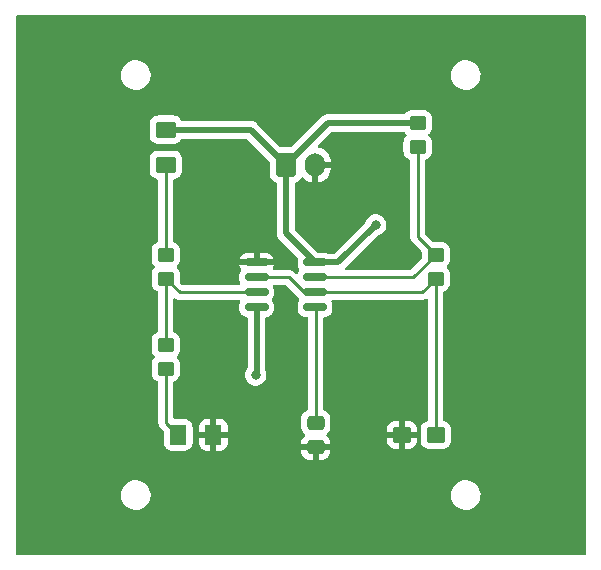
<source format=gbr>
%TF.GenerationSoftware,KiCad,Pcbnew,7.0.10*%
%TF.CreationDate,2024-01-18T13:18:40-08:00*%
%TF.ProjectId,Lab2,4c616232-2e6b-4696-9361-645f70636258,rev?*%
%TF.SameCoordinates,Original*%
%TF.FileFunction,Copper,L1,Top*%
%TF.FilePolarity,Positive*%
%FSLAX46Y46*%
G04 Gerber Fmt 4.6, Leading zero omitted, Abs format (unit mm)*
G04 Created by KiCad (PCBNEW 7.0.10) date 2024-01-18 13:18:40*
%MOMM*%
%LPD*%
G01*
G04 APERTURE LIST*
G04 Aperture macros list*
%AMRoundRect*
0 Rectangle with rounded corners*
0 $1 Rounding radius*
0 $2 $3 $4 $5 $6 $7 $8 $9 X,Y pos of 4 corners*
0 Add a 4 corners polygon primitive as box body*
4,1,4,$2,$3,$4,$5,$6,$7,$8,$9,$2,$3,0*
0 Add four circle primitives for the rounded corners*
1,1,$1+$1,$2,$3*
1,1,$1+$1,$4,$5*
1,1,$1+$1,$6,$7*
1,1,$1+$1,$8,$9*
0 Add four rect primitives between the rounded corners*
20,1,$1+$1,$2,$3,$4,$5,0*
20,1,$1+$1,$4,$5,$6,$7,0*
20,1,$1+$1,$6,$7,$8,$9,0*
20,1,$1+$1,$8,$9,$2,$3,0*%
G04 Aperture macros list end*
%TA.AperFunction,SMDPad,CuDef*%
%ADD10RoundRect,0.150000X-0.825000X-0.150000X0.825000X-0.150000X0.825000X0.150000X-0.825000X0.150000X0*%
%TD*%
%TA.AperFunction,SMDPad,CuDef*%
%ADD11RoundRect,0.250001X0.462499X0.624999X-0.462499X0.624999X-0.462499X-0.624999X0.462499X-0.624999X0*%
%TD*%
%TA.AperFunction,SMDPad,CuDef*%
%ADD12RoundRect,0.250000X-0.450000X0.350000X-0.450000X-0.350000X0.450000X-0.350000X0.450000X0.350000X0*%
%TD*%
%TA.AperFunction,SMDPad,CuDef*%
%ADD13RoundRect,0.250000X-0.475000X0.337500X-0.475000X-0.337500X0.475000X-0.337500X0.475000X0.337500X0*%
%TD*%
%TA.AperFunction,SMDPad,CuDef*%
%ADD14RoundRect,0.250000X0.537500X0.425000X-0.537500X0.425000X-0.537500X-0.425000X0.537500X-0.425000X0*%
%TD*%
%TA.AperFunction,SMDPad,CuDef*%
%ADD15RoundRect,0.250001X0.624999X-0.462499X0.624999X0.462499X-0.624999X0.462499X-0.624999X-0.462499X0*%
%TD*%
%TA.AperFunction,ComponentPad*%
%ADD16RoundRect,0.250000X-0.600000X-0.750000X0.600000X-0.750000X0.600000X0.750000X-0.600000X0.750000X0*%
%TD*%
%TA.AperFunction,ComponentPad*%
%ADD17O,1.700000X2.000000*%
%TD*%
%TA.AperFunction,ViaPad*%
%ADD18C,0.800000*%
%TD*%
%TA.AperFunction,Conductor*%
%ADD19C,0.500000*%
%TD*%
%TA.AperFunction,Conductor*%
%ADD20C,0.250000*%
%TD*%
G04 APERTURE END LIST*
D10*
%TO.P,U1,1,GND*%
%TO.N,GND*%
X71185000Y-43815000D03*
%TO.P,U1,2,TR*%
%TO.N,/pin_2*%
X71185000Y-45085000D03*
%TO.P,U1,3,Q*%
%TO.N,/pin_3*%
X71185000Y-46355000D03*
%TO.P,U1,4,R*%
%TO.N,+9V*%
X71185000Y-47625000D03*
%TO.P,U1,5,CV*%
%TO.N,Net-(U2-CV)*%
X76135000Y-47625000D03*
%TO.P,U1,6,THR*%
%TO.N,/pin_2*%
X76135000Y-46355000D03*
%TO.P,U1,7,DIS*%
%TO.N,/pin_7*%
X76135000Y-45085000D03*
%TO.P,U1,8,VCC*%
%TO.N,+9V*%
X76135000Y-43815000D03*
%TD*%
D11*
%TO.P,D2,1,K*%
%TO.N,GND*%
X67527500Y-58420000D03*
%TO.P,D2,2,A*%
%TO.N,Net-(D2-A)*%
X64552500Y-58420000D03*
%TD*%
D12*
%TO.P,R2,2*%
%TO.N,/pin_2*%
X86360000Y-45180000D03*
%TO.P,R2,1*%
%TO.N,/pin_7*%
X86360000Y-43180000D03*
%TD*%
%TO.P,R1,2*%
%TO.N,/pin_7*%
X84820000Y-34020000D03*
%TO.P,R1,1*%
%TO.N,+9V*%
X84820000Y-32020000D03*
%TD*%
%TO.P,R3,1*%
%TO.N,Net-(D1-K)*%
X63500000Y-43180000D03*
%TO.P,R3,2*%
%TO.N,/pin_3*%
X63500000Y-45180000D03*
%TD*%
D13*
%TO.P,C2,1*%
%TO.N,Net-(U2-CV)*%
X76200000Y-57382500D03*
%TO.P,C2,2*%
%TO.N,GND*%
X76200000Y-59457500D03*
%TD*%
D14*
%TO.P,C1,2*%
%TO.N,GND*%
X83485000Y-58420000D03*
%TO.P,C1,1*%
%TO.N,/pin_2*%
X86360000Y-58420000D03*
%TD*%
D12*
%TO.P,R4,1*%
%TO.N,/pin_3*%
X63500000Y-50800000D03*
%TO.P,R4,2*%
%TO.N,Net-(D2-A)*%
X63500000Y-52800000D03*
%TD*%
D15*
%TO.P,D1,1,K*%
%TO.N,Net-(D1-K)*%
X63500000Y-35560000D03*
%TO.P,D1,2,A*%
%TO.N,+9V*%
X63500000Y-32585000D03*
%TD*%
D16*
%TO.P,J1,1,Pin_1*%
%TO.N,+9V*%
X73660000Y-35560000D03*
D17*
%TO.P,J1,2,Pin_2*%
%TO.N,GND*%
X76160000Y-35560000D03*
%TD*%
D18*
%TO.N,+9V*%
X81280000Y-40640000D03*
X71120000Y-53340000D03*
%TO.N,GND*%
X91440000Y-38100000D03*
X81280000Y-38100000D03*
%TD*%
D19*
%TO.N,+9V*%
X78105000Y-43815000D02*
X81280000Y-40640000D01*
X76135000Y-43815000D02*
X78105000Y-43815000D01*
X71185000Y-53275000D02*
X71185000Y-47625000D01*
X71120000Y-53340000D02*
X71185000Y-53275000D01*
X71185000Y-53405000D02*
X71120000Y-53340000D01*
X84820000Y-32020000D02*
X84820000Y-32223122D01*
X73660000Y-41340000D02*
X76135000Y-43815000D01*
X73660000Y-35560000D02*
X73660000Y-41340000D01*
D20*
%TO.N,GND*%
X76160000Y-35560000D02*
X76200000Y-35560000D01*
%TO.N,/pin_2*%
X73890001Y-45085000D02*
X71185000Y-45085000D01*
X75160001Y-46355000D02*
X73890001Y-45085000D01*
X76135000Y-46355000D02*
X75160001Y-46355000D01*
X76135000Y-46355000D02*
X85185000Y-46355000D01*
X85185000Y-46355000D02*
X86360000Y-45180000D01*
D19*
%TO.N,+9V*%
X70685000Y-32585000D02*
X73660000Y-35560000D01*
X77200000Y-32020000D02*
X73660000Y-35560000D01*
X84820000Y-32020000D02*
X77200000Y-32020000D01*
X63500000Y-32585000D02*
X70685000Y-32585000D01*
D20*
%TO.N,Net-(U2-CV)*%
X76200000Y-57382500D02*
X76200000Y-47690000D01*
X76200000Y-47690000D02*
X76135000Y-47625000D01*
%TO.N,/pin_2*%
X86360000Y-45180000D02*
X86360000Y-58420000D01*
%TO.N,/pin_7*%
X84455000Y-45085000D02*
X76135000Y-45085000D01*
X86360000Y-43180000D02*
X84455000Y-45085000D01*
X84820000Y-41640000D02*
X86360000Y-43180000D01*
X84820000Y-34020000D02*
X84820000Y-41640000D01*
%TO.N,Net-(D2-A)*%
X63500000Y-57367500D02*
X64552500Y-58420000D01*
X63500000Y-52800000D02*
X63500000Y-57367500D01*
%TO.N,/pin_3*%
X64675000Y-46355000D02*
X71185000Y-46355000D01*
X63500000Y-45180000D02*
X64675000Y-46355000D01*
X63500000Y-45180000D02*
X63500000Y-50800000D01*
%TO.N,Net-(D1-K)*%
X63500000Y-35560000D02*
X63500000Y-43180000D01*
%TD*%
%TA.AperFunction,Conductor*%
%TO.N,GND*%
G36*
X83733081Y-32790185D02*
G01*
X83771580Y-32829402D01*
X83777287Y-32838655D01*
X83870951Y-32932319D01*
X83904436Y-32993642D01*
X83899452Y-33063334D01*
X83870951Y-33107681D01*
X83777289Y-33201342D01*
X83685187Y-33350663D01*
X83685185Y-33350668D01*
X83670693Y-33394402D01*
X83630001Y-33517203D01*
X83630001Y-33517204D01*
X83630000Y-33517204D01*
X83619500Y-33619983D01*
X83619500Y-34420001D01*
X83619501Y-34420019D01*
X83630000Y-34522796D01*
X83630001Y-34522799D01*
X83665142Y-34628845D01*
X83685186Y-34689334D01*
X83777288Y-34838656D01*
X83901344Y-34962712D01*
X84050666Y-35054814D01*
X84050668Y-35054815D01*
X84071110Y-35061588D01*
X84109502Y-35074310D01*
X84166947Y-35114081D01*
X84193772Y-35178596D01*
X84194500Y-35192016D01*
X84194500Y-41557255D01*
X84192775Y-41572872D01*
X84193061Y-41572899D01*
X84192326Y-41580665D01*
X84194439Y-41647872D01*
X84194500Y-41651767D01*
X84194500Y-41679357D01*
X84195003Y-41683335D01*
X84195918Y-41694967D01*
X84197290Y-41738624D01*
X84197291Y-41738627D01*
X84202880Y-41757867D01*
X84206824Y-41776911D01*
X84209336Y-41796792D01*
X84225414Y-41837403D01*
X84229197Y-41848452D01*
X84241381Y-41890388D01*
X84251580Y-41907634D01*
X84260138Y-41925103D01*
X84267514Y-41943732D01*
X84293181Y-41979060D01*
X84299593Y-41988821D01*
X84321828Y-42026417D01*
X84321833Y-42026424D01*
X84335990Y-42040580D01*
X84348628Y-42055376D01*
X84360405Y-42071586D01*
X84360406Y-42071587D01*
X84394057Y-42099425D01*
X84402698Y-42107288D01*
X85123181Y-42827771D01*
X85156666Y-42889094D01*
X85159500Y-42915452D01*
X85159500Y-43444546D01*
X85139815Y-43511585D01*
X85123181Y-43532227D01*
X84232228Y-44423181D01*
X84170905Y-44456666D01*
X84144547Y-44459500D01*
X78821229Y-44459500D01*
X78754190Y-44439815D01*
X78708435Y-44387011D01*
X78698491Y-44317853D01*
X78727516Y-44254297D01*
X78733548Y-44247819D01*
X80065915Y-42915452D01*
X81432771Y-41548595D01*
X81494092Y-41515112D01*
X81494448Y-41515034D01*
X81559803Y-41501144D01*
X81732730Y-41424151D01*
X81885871Y-41312888D01*
X82012533Y-41172216D01*
X82107179Y-41008284D01*
X82165674Y-40828256D01*
X82185460Y-40640000D01*
X82165674Y-40451744D01*
X82107179Y-40271716D01*
X82012533Y-40107784D01*
X81885871Y-39967112D01*
X81885870Y-39967111D01*
X81732734Y-39855851D01*
X81732729Y-39855848D01*
X81559807Y-39778857D01*
X81559802Y-39778855D01*
X81414001Y-39747865D01*
X81374646Y-39739500D01*
X81185354Y-39739500D01*
X81152897Y-39746398D01*
X81000197Y-39778855D01*
X81000192Y-39778857D01*
X80827270Y-39855848D01*
X80827265Y-39855851D01*
X80674129Y-39967111D01*
X80547466Y-40107785D01*
X80452821Y-40271715D01*
X80452819Y-40271719D01*
X80397479Y-40442039D01*
X80367229Y-40491401D01*
X77830451Y-43028181D01*
X77769128Y-43061666D01*
X77742770Y-43064500D01*
X77242328Y-43064500D01*
X77207733Y-43059576D01*
X77062573Y-43017402D01*
X77062567Y-43017401D01*
X77025701Y-43014500D01*
X77025694Y-43014500D01*
X76447229Y-43014500D01*
X76380190Y-42994815D01*
X76359548Y-42978181D01*
X74446819Y-41065451D01*
X74413334Y-41004128D01*
X74410500Y-40977770D01*
X74410500Y-37140300D01*
X74430185Y-37073261D01*
X74482989Y-37027506D01*
X74495482Y-37022599D01*
X74579334Y-36994814D01*
X74728656Y-36902712D01*
X74852712Y-36778656D01*
X74944814Y-36629334D01*
X74944814Y-36629333D01*
X74948448Y-36623442D01*
X75000396Y-36576717D01*
X75069358Y-36565494D01*
X75133441Y-36593337D01*
X75141668Y-36600856D01*
X75288921Y-36748108D01*
X75482421Y-36883600D01*
X75696507Y-36983429D01*
X75696516Y-36983433D01*
X75910000Y-37040634D01*
X75910000Y-35995501D01*
X76017685Y-36044680D01*
X76124237Y-36060000D01*
X76195763Y-36060000D01*
X76302315Y-36044680D01*
X76410000Y-35995501D01*
X76410000Y-37040633D01*
X76623483Y-36983433D01*
X76623492Y-36983429D01*
X76837577Y-36883600D01*
X76837579Y-36883599D01*
X77031073Y-36748113D01*
X77031079Y-36748108D01*
X77198108Y-36581079D01*
X77198113Y-36581073D01*
X77333599Y-36387579D01*
X77333600Y-36387577D01*
X77433429Y-36173492D01*
X77433433Y-36173483D01*
X77494567Y-35945326D01*
X77494569Y-35945315D01*
X77506407Y-35810000D01*
X76593686Y-35810000D01*
X76619493Y-35769844D01*
X76660000Y-35631889D01*
X76660000Y-35488111D01*
X76619493Y-35350156D01*
X76593686Y-35310000D01*
X77506407Y-35310000D01*
X77506407Y-35309999D01*
X77494569Y-35174684D01*
X77494567Y-35174673D01*
X77433433Y-34946516D01*
X77433429Y-34946507D01*
X77333600Y-34732422D01*
X77333599Y-34732420D01*
X77198113Y-34538926D01*
X77198108Y-34538920D01*
X77031082Y-34371894D01*
X76837578Y-34236399D01*
X76623492Y-34136570D01*
X76623485Y-34136567D01*
X76453412Y-34090996D01*
X76393752Y-34054631D01*
X76363223Y-33991784D01*
X76371518Y-33922408D01*
X76397819Y-33883547D01*
X77474549Y-32806819D01*
X77535872Y-32773334D01*
X77562230Y-32770500D01*
X83666042Y-32770500D01*
X83733081Y-32790185D01*
G37*
%TD.AperFunction*%
%TA.AperFunction,Conductor*%
G36*
X99002539Y-22880185D02*
G01*
X99048294Y-22932989D01*
X99059500Y-22984500D01*
X99059500Y-68455500D01*
X99039815Y-68522539D01*
X98987011Y-68568294D01*
X98935500Y-68579500D01*
X50924500Y-68579500D01*
X50857461Y-68559815D01*
X50811706Y-68507011D01*
X50800500Y-68455500D01*
X50800500Y-63556330D01*
X59705710Y-63556330D01*
X59735925Y-63779387D01*
X59735926Y-63779390D01*
X59805483Y-63993465D01*
X59912146Y-64191678D01*
X59912148Y-64191681D01*
X60052489Y-64367663D01*
X60052491Y-64367664D01*
X60052492Y-64367666D01*
X60222004Y-64515765D01*
X60415236Y-64631215D01*
X60625976Y-64710307D01*
X60847450Y-64750500D01*
X60847453Y-64750500D01*
X61016148Y-64750500D01*
X61016155Y-64750500D01*
X61184188Y-64735377D01*
X61184192Y-64735376D01*
X61401160Y-64675496D01*
X61401162Y-64675495D01*
X61401170Y-64675493D01*
X61603973Y-64577829D01*
X61786078Y-64445522D01*
X61941632Y-64282825D01*
X62065635Y-64094968D01*
X62154103Y-63887988D01*
X62204191Y-63668537D01*
X62209230Y-63556330D01*
X87645710Y-63556330D01*
X87675925Y-63779387D01*
X87675926Y-63779390D01*
X87745483Y-63993465D01*
X87852146Y-64191678D01*
X87852148Y-64191681D01*
X87992489Y-64367663D01*
X87992491Y-64367664D01*
X87992492Y-64367666D01*
X88162004Y-64515765D01*
X88355236Y-64631215D01*
X88565976Y-64710307D01*
X88787450Y-64750500D01*
X88787453Y-64750500D01*
X88956148Y-64750500D01*
X88956155Y-64750500D01*
X89124188Y-64735377D01*
X89124192Y-64735376D01*
X89341160Y-64675496D01*
X89341162Y-64675495D01*
X89341170Y-64675493D01*
X89543973Y-64577829D01*
X89726078Y-64445522D01*
X89881632Y-64282825D01*
X90005635Y-64094968D01*
X90094103Y-63887988D01*
X90144191Y-63668537D01*
X90154290Y-63443670D01*
X90124075Y-63220613D01*
X90054517Y-63006536D01*
X89947852Y-62808319D01*
X89807508Y-62632334D01*
X89637996Y-62484235D01*
X89444764Y-62368785D01*
X89326775Y-62324503D01*
X89234023Y-62289692D01*
X89012550Y-62249500D01*
X89012547Y-62249500D01*
X88843845Y-62249500D01*
X88805399Y-62252960D01*
X88675813Y-62264622D01*
X88675807Y-62264623D01*
X88458839Y-62324503D01*
X88458826Y-62324508D01*
X88256033Y-62422167D01*
X88256025Y-62422171D01*
X88073927Y-62554473D01*
X88073925Y-62554474D01*
X87918366Y-62717176D01*
X87794363Y-62905033D01*
X87705899Y-63112004D01*
X87705895Y-63112017D01*
X87655810Y-63331457D01*
X87655808Y-63331468D01*
X87650769Y-63443674D01*
X87645710Y-63556330D01*
X62209230Y-63556330D01*
X62214290Y-63443670D01*
X62184075Y-63220613D01*
X62114517Y-63006536D01*
X62007852Y-62808319D01*
X61867508Y-62632334D01*
X61697996Y-62484235D01*
X61504764Y-62368785D01*
X61386775Y-62324503D01*
X61294023Y-62289692D01*
X61072550Y-62249500D01*
X61072547Y-62249500D01*
X60903845Y-62249500D01*
X60865399Y-62252960D01*
X60735813Y-62264622D01*
X60735807Y-62264623D01*
X60518839Y-62324503D01*
X60518826Y-62324508D01*
X60316033Y-62422167D01*
X60316025Y-62422171D01*
X60133927Y-62554473D01*
X60133925Y-62554474D01*
X59978366Y-62717176D01*
X59854363Y-62905033D01*
X59765899Y-63112004D01*
X59765895Y-63112017D01*
X59715810Y-63331457D01*
X59715808Y-63331468D01*
X59710769Y-63443674D01*
X59705710Y-63556330D01*
X50800500Y-63556330D01*
X50800500Y-36072515D01*
X62124500Y-36072515D01*
X62135000Y-36175295D01*
X62135001Y-36175296D01*
X62190186Y-36341835D01*
X62190187Y-36341837D01*
X62282286Y-36491151D01*
X62282289Y-36491155D01*
X62406344Y-36615210D01*
X62406348Y-36615213D01*
X62555662Y-36707312D01*
X62555664Y-36707313D01*
X62555666Y-36707314D01*
X62722203Y-36762499D01*
X62763102Y-36766677D01*
X62827793Y-36793073D01*
X62867945Y-36850253D01*
X62874500Y-36890035D01*
X62874500Y-42007983D01*
X62854815Y-42075022D01*
X62802011Y-42120777D01*
X62789510Y-42125686D01*
X62730669Y-42145185D01*
X62730666Y-42145186D01*
X62730663Y-42145187D01*
X62581342Y-42237289D01*
X62457289Y-42361342D01*
X62365187Y-42510663D01*
X62365186Y-42510666D01*
X62310001Y-42677203D01*
X62310001Y-42677204D01*
X62310000Y-42677204D01*
X62299500Y-42779983D01*
X62299500Y-43580001D01*
X62299501Y-43580019D01*
X62310000Y-43682796D01*
X62310001Y-43682799D01*
X62365185Y-43849331D01*
X62365187Y-43849336D01*
X62457289Y-43998657D01*
X62550951Y-44092319D01*
X62584436Y-44153642D01*
X62579452Y-44223334D01*
X62550951Y-44267681D01*
X62457289Y-44361342D01*
X62365187Y-44510663D01*
X62365185Y-44510668D01*
X62350626Y-44554604D01*
X62310001Y-44677203D01*
X62310001Y-44677204D01*
X62310000Y-44677204D01*
X62299500Y-44779983D01*
X62299500Y-45580001D01*
X62299501Y-45580019D01*
X62310000Y-45682796D01*
X62310001Y-45682799D01*
X62349877Y-45803135D01*
X62365186Y-45849334D01*
X62457288Y-45998656D01*
X62581344Y-46122712D01*
X62730666Y-46214814D01*
X62730668Y-46214815D01*
X62751110Y-46221588D01*
X62789502Y-46234310D01*
X62846947Y-46274081D01*
X62873772Y-46338596D01*
X62874500Y-46352016D01*
X62874500Y-49627983D01*
X62854815Y-49695022D01*
X62802011Y-49740777D01*
X62789510Y-49745686D01*
X62730666Y-49765186D01*
X62730663Y-49765187D01*
X62581342Y-49857289D01*
X62457289Y-49981342D01*
X62365187Y-50130663D01*
X62365186Y-50130666D01*
X62310001Y-50297203D01*
X62310001Y-50297204D01*
X62310000Y-50297204D01*
X62299500Y-50399983D01*
X62299500Y-51200001D01*
X62299501Y-51200019D01*
X62310000Y-51302796D01*
X62310001Y-51302799D01*
X62365185Y-51469331D01*
X62365187Y-51469336D01*
X62457289Y-51618657D01*
X62550951Y-51712319D01*
X62584436Y-51773642D01*
X62579452Y-51843334D01*
X62550951Y-51887681D01*
X62457289Y-51981342D01*
X62365187Y-52130663D01*
X62365186Y-52130666D01*
X62310001Y-52297203D01*
X62310001Y-52297204D01*
X62310000Y-52297204D01*
X62299500Y-52399983D01*
X62299500Y-53200001D01*
X62299501Y-53200019D01*
X62310000Y-53302796D01*
X62310001Y-53302799D01*
X62365185Y-53469331D01*
X62365186Y-53469334D01*
X62457288Y-53618656D01*
X62581344Y-53742712D01*
X62730666Y-53834814D01*
X62730668Y-53834815D01*
X62751110Y-53841588D01*
X62789502Y-53854310D01*
X62846947Y-53894081D01*
X62873772Y-53958596D01*
X62874500Y-53972016D01*
X62874500Y-57284755D01*
X62872775Y-57300372D01*
X62873061Y-57300399D01*
X62872326Y-57308165D01*
X62874439Y-57375372D01*
X62874500Y-57379267D01*
X62874500Y-57406857D01*
X62875003Y-57410835D01*
X62875918Y-57422467D01*
X62877290Y-57466124D01*
X62877291Y-57466127D01*
X62882880Y-57485367D01*
X62886824Y-57504411D01*
X62889336Y-57524292D01*
X62905414Y-57564903D01*
X62909197Y-57575952D01*
X62921381Y-57617888D01*
X62931580Y-57635134D01*
X62940138Y-57652603D01*
X62947514Y-57671232D01*
X62973181Y-57706560D01*
X62979593Y-57716321D01*
X63001828Y-57753917D01*
X63001833Y-57753924D01*
X63015990Y-57768080D01*
X63028628Y-57782876D01*
X63040405Y-57799086D01*
X63040406Y-57799087D01*
X63074057Y-57826925D01*
X63082698Y-57834788D01*
X63303181Y-58055271D01*
X63336666Y-58116594D01*
X63339500Y-58142952D01*
X63339500Y-59095015D01*
X63350000Y-59197795D01*
X63350001Y-59197797D01*
X63377593Y-59281065D01*
X63405186Y-59364335D01*
X63405187Y-59364337D01*
X63497286Y-59513651D01*
X63497289Y-59513655D01*
X63621344Y-59637710D01*
X63621348Y-59637713D01*
X63770662Y-59729812D01*
X63770664Y-59729813D01*
X63770666Y-59729814D01*
X63937203Y-59784999D01*
X64039992Y-59795500D01*
X64039997Y-59795500D01*
X65065003Y-59795500D01*
X65065008Y-59795500D01*
X65167797Y-59784999D01*
X65334334Y-59729814D01*
X65483655Y-59637711D01*
X65607711Y-59513655D01*
X65699814Y-59364334D01*
X65754999Y-59197797D01*
X65765500Y-59095008D01*
X65765500Y-58670000D01*
X66315000Y-58670000D01*
X66315000Y-59094985D01*
X66325493Y-59197689D01*
X66325494Y-59197696D01*
X66380641Y-59364118D01*
X66380643Y-59364123D01*
X66472684Y-59513344D01*
X66596655Y-59637315D01*
X66745876Y-59729356D01*
X66745881Y-59729358D01*
X66912303Y-59784505D01*
X66912310Y-59784506D01*
X67015014Y-59794999D01*
X67015027Y-59795000D01*
X67277500Y-59795000D01*
X67277500Y-58670000D01*
X67777500Y-58670000D01*
X67777500Y-59795000D01*
X68039973Y-59795000D01*
X68039985Y-59794999D01*
X68142689Y-59784506D01*
X68142696Y-59784505D01*
X68309118Y-59729358D01*
X68309123Y-59729356D01*
X68344557Y-59707500D01*
X74975001Y-59707500D01*
X74975001Y-59844986D01*
X74985494Y-59947697D01*
X75040641Y-60114119D01*
X75040643Y-60114124D01*
X75132684Y-60263345D01*
X75256654Y-60387315D01*
X75405875Y-60479356D01*
X75405880Y-60479358D01*
X75572302Y-60534505D01*
X75572309Y-60534506D01*
X75675019Y-60544999D01*
X75949999Y-60544999D01*
X75950000Y-60544998D01*
X75950000Y-59707500D01*
X76450000Y-59707500D01*
X76450000Y-60544999D01*
X76724972Y-60544999D01*
X76724986Y-60544998D01*
X76827697Y-60534505D01*
X76994119Y-60479358D01*
X76994124Y-60479356D01*
X77143345Y-60387315D01*
X77267315Y-60263345D01*
X77359356Y-60114124D01*
X77359358Y-60114119D01*
X77414505Y-59947697D01*
X77414506Y-59947690D01*
X77424999Y-59844986D01*
X77425000Y-59844973D01*
X77425000Y-59707500D01*
X76450000Y-59707500D01*
X75950000Y-59707500D01*
X74975001Y-59707500D01*
X68344557Y-59707500D01*
X68458344Y-59637315D01*
X68582315Y-59513344D01*
X68674356Y-59364123D01*
X68674358Y-59364118D01*
X68729505Y-59197696D01*
X68729506Y-59197689D01*
X68739999Y-59094985D01*
X68740000Y-59094972D01*
X68740000Y-58670000D01*
X67777500Y-58670000D01*
X67277500Y-58670000D01*
X66315000Y-58670000D01*
X65765500Y-58670000D01*
X65765500Y-58170000D01*
X66315000Y-58170000D01*
X67277500Y-58170000D01*
X67277500Y-57045000D01*
X67777500Y-57045000D01*
X67777500Y-58170000D01*
X68740000Y-58170000D01*
X68740000Y-57745027D01*
X68739999Y-57745014D01*
X68729506Y-57642310D01*
X68729505Y-57642303D01*
X68674358Y-57475881D01*
X68674356Y-57475876D01*
X68582315Y-57326655D01*
X68458344Y-57202684D01*
X68309123Y-57110643D01*
X68309118Y-57110641D01*
X68142696Y-57055494D01*
X68142689Y-57055493D01*
X68039985Y-57045000D01*
X67777500Y-57045000D01*
X67277500Y-57045000D01*
X67015014Y-57045000D01*
X66912310Y-57055493D01*
X66912303Y-57055494D01*
X66745881Y-57110641D01*
X66745876Y-57110643D01*
X66596655Y-57202684D01*
X66472684Y-57326655D01*
X66380643Y-57475876D01*
X66380641Y-57475881D01*
X66325494Y-57642303D01*
X66325493Y-57642310D01*
X66315000Y-57745014D01*
X66315000Y-58170000D01*
X65765500Y-58170000D01*
X65765500Y-57744992D01*
X65754999Y-57642203D01*
X65699814Y-57475666D01*
X65693930Y-57466127D01*
X65607713Y-57326348D01*
X65607710Y-57326344D01*
X65483655Y-57202289D01*
X65483651Y-57202286D01*
X65334337Y-57110187D01*
X65334335Y-57110186D01*
X65251065Y-57082593D01*
X65167797Y-57055001D01*
X65167795Y-57055000D01*
X65065015Y-57044500D01*
X65065008Y-57044500D01*
X64249500Y-57044500D01*
X64182461Y-57024815D01*
X64136706Y-56972011D01*
X64125500Y-56920500D01*
X64125500Y-53972016D01*
X64145185Y-53904977D01*
X64197989Y-53859222D01*
X64210488Y-53854313D01*
X64269334Y-53834814D01*
X64418656Y-53742712D01*
X64542712Y-53618656D01*
X64634814Y-53469334D01*
X64689999Y-53302797D01*
X64700500Y-53200009D01*
X64700499Y-52399992D01*
X64689999Y-52297203D01*
X64634814Y-52130666D01*
X64542712Y-51981344D01*
X64449049Y-51887681D01*
X64415564Y-51826358D01*
X64420548Y-51756666D01*
X64449049Y-51712319D01*
X64542712Y-51618656D01*
X64634814Y-51469334D01*
X64689999Y-51302797D01*
X64700500Y-51200009D01*
X64700499Y-50399992D01*
X64689999Y-50297203D01*
X64634814Y-50130666D01*
X64542712Y-49981344D01*
X64418656Y-49857288D01*
X64269334Y-49765186D01*
X64210493Y-49745688D01*
X64153051Y-49705916D01*
X64126228Y-49641400D01*
X64125500Y-49627983D01*
X64125500Y-46976373D01*
X64145185Y-46909334D01*
X64197989Y-46863579D01*
X64267147Y-46853635D01*
X64309236Y-46867710D01*
X64321972Y-46874712D01*
X64338233Y-46885393D01*
X64354064Y-46897673D01*
X64381011Y-46909334D01*
X64394152Y-46915021D01*
X64404641Y-46920160D01*
X64428457Y-46933252D01*
X64442908Y-46941197D01*
X64455523Y-46944435D01*
X64462305Y-46946177D01*
X64480719Y-46952481D01*
X64499104Y-46960438D01*
X64542261Y-46967273D01*
X64553656Y-46969632D01*
X64595981Y-46980500D01*
X64616016Y-46980500D01*
X64635413Y-46982026D01*
X64655196Y-46985160D01*
X64698675Y-46981050D01*
X64710344Y-46980500D01*
X69679308Y-46980500D01*
X69746347Y-47000185D01*
X69792102Y-47052989D01*
X69802046Y-47122147D01*
X69786041Y-47167620D01*
X69758254Y-47214605D01*
X69758254Y-47214606D01*
X69712402Y-47372426D01*
X69712401Y-47372432D01*
X69709500Y-47409298D01*
X69709500Y-47840701D01*
X69712401Y-47877567D01*
X69712402Y-47877573D01*
X69758254Y-48035393D01*
X69758255Y-48035396D01*
X69841917Y-48176862D01*
X69841923Y-48176870D01*
X69958129Y-48293076D01*
X69958133Y-48293079D01*
X69958135Y-48293081D01*
X70099602Y-48376744D01*
X70141224Y-48388836D01*
X70257426Y-48422597D01*
X70257429Y-48422597D01*
X70257431Y-48422598D01*
X70294306Y-48425500D01*
X70310500Y-48425500D01*
X70377539Y-48445185D01*
X70423294Y-48497989D01*
X70434500Y-48549500D01*
X70434500Y-52707949D01*
X70414815Y-52774988D01*
X70402651Y-52790920D01*
X70387468Y-52807782D01*
X70387464Y-52807787D01*
X70292821Y-52971715D01*
X70292818Y-52971722D01*
X70234327Y-53151740D01*
X70234326Y-53151744D01*
X70214540Y-53340000D01*
X70234326Y-53528256D01*
X70234327Y-53528259D01*
X70292818Y-53708277D01*
X70292821Y-53708284D01*
X70387467Y-53872216D01*
X70465244Y-53958596D01*
X70514129Y-54012888D01*
X70667265Y-54124148D01*
X70667270Y-54124151D01*
X70840192Y-54201142D01*
X70840197Y-54201144D01*
X71025354Y-54240500D01*
X71025355Y-54240500D01*
X71214644Y-54240500D01*
X71214646Y-54240500D01*
X71399803Y-54201144D01*
X71572730Y-54124151D01*
X71725871Y-54012888D01*
X71852533Y-53872216D01*
X71947179Y-53708284D01*
X72005674Y-53528256D01*
X72025460Y-53340000D01*
X72005674Y-53151744D01*
X71947179Y-52971716D01*
X71947177Y-52971712D01*
X71946221Y-52969564D01*
X71945730Y-52967257D01*
X71945171Y-52965535D01*
X71945352Y-52965476D01*
X71935500Y-52919127D01*
X71935500Y-48549500D01*
X71955185Y-48482461D01*
X72007989Y-48436706D01*
X72059500Y-48425500D01*
X72075686Y-48425500D01*
X72075694Y-48425500D01*
X72112569Y-48422598D01*
X72112571Y-48422597D01*
X72112573Y-48422597D01*
X72154191Y-48410505D01*
X72270398Y-48376744D01*
X72411865Y-48293081D01*
X72528081Y-48176865D01*
X72611744Y-48035398D01*
X72657598Y-47877569D01*
X72660500Y-47840694D01*
X72660500Y-47409306D01*
X72657598Y-47372431D01*
X72611744Y-47214602D01*
X72528081Y-47073135D01*
X72528078Y-47073132D01*
X72523298Y-47066969D01*
X72525750Y-47065066D01*
X72499155Y-47016421D01*
X72504104Y-46946726D01*
X72524940Y-46914304D01*
X72523298Y-46913031D01*
X72528075Y-46906870D01*
X72528081Y-46906865D01*
X72611744Y-46765398D01*
X72657598Y-46607569D01*
X72660500Y-46570694D01*
X72660500Y-46139306D01*
X72657598Y-46102431D01*
X72611744Y-45944602D01*
X72583958Y-45897619D01*
X72566778Y-45829896D01*
X72588938Y-45763634D01*
X72643404Y-45719871D01*
X72690692Y-45710500D01*
X73579549Y-45710500D01*
X73646588Y-45730185D01*
X73667229Y-45746818D01*
X74182885Y-46262475D01*
X74659198Y-46738788D01*
X74669023Y-46751051D01*
X74669244Y-46750869D01*
X74674212Y-46756874D01*
X74723224Y-46802900D01*
X74726021Y-46805611D01*
X74729668Y-46809258D01*
X74748719Y-46833818D01*
X74791916Y-46906861D01*
X74796702Y-46913031D01*
X74794256Y-46914927D01*
X74820857Y-46963642D01*
X74815873Y-47033334D01*
X74795069Y-47065703D01*
X74796702Y-47066969D01*
X74791917Y-47073137D01*
X74708255Y-47214603D01*
X74708254Y-47214606D01*
X74662402Y-47372426D01*
X74662401Y-47372432D01*
X74659500Y-47409298D01*
X74659500Y-47840701D01*
X74662401Y-47877567D01*
X74662402Y-47877573D01*
X74708254Y-48035393D01*
X74708255Y-48035396D01*
X74791917Y-48176862D01*
X74791923Y-48176870D01*
X74908129Y-48293076D01*
X74908133Y-48293079D01*
X74908135Y-48293081D01*
X75049602Y-48376744D01*
X75091224Y-48388836D01*
X75207426Y-48422597D01*
X75207429Y-48422597D01*
X75207431Y-48422598D01*
X75244306Y-48425500D01*
X75450500Y-48425500D01*
X75517539Y-48445185D01*
X75563294Y-48497989D01*
X75574500Y-48549500D01*
X75574500Y-56214699D01*
X75554815Y-56281738D01*
X75502011Y-56327493D01*
X75489507Y-56332403D01*
X75456962Y-56343188D01*
X75405668Y-56360185D01*
X75405663Y-56360187D01*
X75256342Y-56452289D01*
X75132289Y-56576342D01*
X75040187Y-56725663D01*
X75040186Y-56725666D01*
X74985001Y-56892203D01*
X74985001Y-56892204D01*
X74985000Y-56892204D01*
X74974500Y-56994983D01*
X74974500Y-57770001D01*
X74974501Y-57770019D01*
X74985000Y-57872796D01*
X74985001Y-57872799D01*
X75008924Y-57944992D01*
X75040186Y-58039334D01*
X75132288Y-58188656D01*
X75256344Y-58312712D01*
X75259628Y-58314737D01*
X75259653Y-58314753D01*
X75261445Y-58316746D01*
X75262011Y-58317193D01*
X75261934Y-58317289D01*
X75306379Y-58366699D01*
X75317603Y-58435661D01*
X75289761Y-58499744D01*
X75259665Y-58525826D01*
X75256660Y-58527679D01*
X75256655Y-58527683D01*
X75132684Y-58651654D01*
X75040643Y-58800875D01*
X75040641Y-58800880D01*
X74985494Y-58967302D01*
X74985493Y-58967309D01*
X74975000Y-59070013D01*
X74975000Y-59207500D01*
X77424999Y-59207500D01*
X77424999Y-59070028D01*
X77424998Y-59070013D01*
X77414505Y-58967302D01*
X77359358Y-58800880D01*
X77359356Y-58800875D01*
X77278631Y-58670000D01*
X82197501Y-58670000D01*
X82197501Y-58894986D01*
X82207994Y-58997697D01*
X82263141Y-59164119D01*
X82263143Y-59164124D01*
X82355184Y-59313345D01*
X82479154Y-59437315D01*
X82628375Y-59529356D01*
X82628380Y-59529358D01*
X82794802Y-59584505D01*
X82794809Y-59584506D01*
X82897519Y-59594999D01*
X83234999Y-59594999D01*
X83235000Y-59594998D01*
X83235000Y-58670000D01*
X83735000Y-58670000D01*
X83735000Y-59594999D01*
X84072472Y-59594999D01*
X84072486Y-59594998D01*
X84175197Y-59584505D01*
X84341619Y-59529358D01*
X84341624Y-59529356D01*
X84490845Y-59437315D01*
X84614815Y-59313345D01*
X84706856Y-59164124D01*
X84706858Y-59164119D01*
X84762005Y-58997697D01*
X84762006Y-58997690D01*
X84772499Y-58894986D01*
X84772500Y-58894973D01*
X84772500Y-58670000D01*
X83735000Y-58670000D01*
X83235000Y-58670000D01*
X82197501Y-58670000D01*
X77278631Y-58670000D01*
X77267315Y-58651654D01*
X77143344Y-58527683D01*
X77143341Y-58527681D01*
X77140339Y-58525829D01*
X77138713Y-58524021D01*
X77137677Y-58523202D01*
X77137817Y-58523024D01*
X77093617Y-58473880D01*
X77082397Y-58404917D01*
X77110243Y-58340836D01*
X77140344Y-58314754D01*
X77143656Y-58312712D01*
X77267712Y-58188656D01*
X77279219Y-58170000D01*
X82197500Y-58170000D01*
X83235000Y-58170000D01*
X83235000Y-57245000D01*
X83735000Y-57245000D01*
X83735000Y-58170000D01*
X84772499Y-58170000D01*
X84772499Y-57945028D01*
X84772498Y-57945013D01*
X84762005Y-57842302D01*
X84706858Y-57675880D01*
X84706856Y-57675875D01*
X84614815Y-57526654D01*
X84490845Y-57402684D01*
X84341624Y-57310643D01*
X84341619Y-57310641D01*
X84175197Y-57255494D01*
X84175190Y-57255493D01*
X84072486Y-57245000D01*
X83735000Y-57245000D01*
X83235000Y-57245000D01*
X82897528Y-57245000D01*
X82897512Y-57245001D01*
X82794802Y-57255494D01*
X82628380Y-57310641D01*
X82628375Y-57310643D01*
X82479154Y-57402684D01*
X82355184Y-57526654D01*
X82263143Y-57675875D01*
X82263141Y-57675880D01*
X82207994Y-57842302D01*
X82207993Y-57842309D01*
X82197500Y-57945013D01*
X82197500Y-58170000D01*
X77279219Y-58170000D01*
X77359814Y-58039334D01*
X77414999Y-57872797D01*
X77425500Y-57770009D01*
X77425499Y-56994992D01*
X77423151Y-56972011D01*
X77414999Y-56892203D01*
X77414998Y-56892200D01*
X77359814Y-56725666D01*
X77267712Y-56576344D01*
X77143656Y-56452288D01*
X76994334Y-56360186D01*
X76910495Y-56332404D01*
X76853051Y-56292632D01*
X76826228Y-56228116D01*
X76825500Y-56214699D01*
X76825500Y-48549500D01*
X76845185Y-48482461D01*
X76897989Y-48436706D01*
X76949500Y-48425500D01*
X77025686Y-48425500D01*
X77025694Y-48425500D01*
X77062569Y-48422598D01*
X77062571Y-48422597D01*
X77062573Y-48422597D01*
X77104191Y-48410505D01*
X77220398Y-48376744D01*
X77361865Y-48293081D01*
X77478081Y-48176865D01*
X77561744Y-48035398D01*
X77607598Y-47877569D01*
X77610500Y-47840694D01*
X77610500Y-47409306D01*
X77607598Y-47372431D01*
X77561744Y-47214602D01*
X77533958Y-47167619D01*
X77516778Y-47099896D01*
X77538938Y-47033634D01*
X77593404Y-46989871D01*
X77640692Y-46980500D01*
X85102257Y-46980500D01*
X85117877Y-46982224D01*
X85117904Y-46981939D01*
X85125660Y-46982671D01*
X85125667Y-46982673D01*
X85192873Y-46980561D01*
X85196768Y-46980500D01*
X85224346Y-46980500D01*
X85224350Y-46980500D01*
X85228324Y-46979997D01*
X85239963Y-46979080D01*
X85283627Y-46977709D01*
X85302869Y-46972117D01*
X85321912Y-46968174D01*
X85341792Y-46965664D01*
X85382401Y-46949585D01*
X85393444Y-46945803D01*
X85435390Y-46933618D01*
X85452629Y-46923422D01*
X85470103Y-46914862D01*
X85488727Y-46907488D01*
X85488727Y-46907487D01*
X85488732Y-46907486D01*
X85524083Y-46881800D01*
X85533824Y-46875403D01*
X85547383Y-46867384D01*
X85615107Y-46850205D01*
X85681369Y-46872366D01*
X85725130Y-46926834D01*
X85734500Y-46974119D01*
X85734500Y-57143988D01*
X85714815Y-57211027D01*
X85662011Y-57256782D01*
X85649504Y-57261694D01*
X85503168Y-57310185D01*
X85503163Y-57310187D01*
X85353842Y-57402289D01*
X85229789Y-57526342D01*
X85137687Y-57675663D01*
X85137685Y-57675668D01*
X85137615Y-57675880D01*
X85082501Y-57842203D01*
X85082501Y-57842204D01*
X85082500Y-57842204D01*
X85072000Y-57944983D01*
X85072000Y-58895001D01*
X85072001Y-58895019D01*
X85082500Y-58997796D01*
X85082501Y-58997799D01*
X85114716Y-59095015D01*
X85137686Y-59164334D01*
X85229788Y-59313656D01*
X85353844Y-59437712D01*
X85503166Y-59529814D01*
X85669703Y-59584999D01*
X85772491Y-59595500D01*
X86947508Y-59595499D01*
X87050297Y-59584999D01*
X87216834Y-59529814D01*
X87366156Y-59437712D01*
X87490212Y-59313656D01*
X87582314Y-59164334D01*
X87637499Y-58997797D01*
X87648000Y-58895009D01*
X87647999Y-57944992D01*
X87637499Y-57842203D01*
X87582314Y-57675666D01*
X87490212Y-57526344D01*
X87366156Y-57402288D01*
X87243032Y-57326345D01*
X87216836Y-57310187D01*
X87216831Y-57310185D01*
X87070496Y-57261694D01*
X87013051Y-57221921D01*
X86986228Y-57157405D01*
X86985500Y-57143988D01*
X86985500Y-46352016D01*
X87005185Y-46284977D01*
X87057989Y-46239222D01*
X87070488Y-46234313D01*
X87129334Y-46214814D01*
X87278656Y-46122712D01*
X87402712Y-45998656D01*
X87494814Y-45849334D01*
X87549999Y-45682797D01*
X87560500Y-45580009D01*
X87560499Y-44779992D01*
X87549999Y-44677203D01*
X87494814Y-44510666D01*
X87402712Y-44361344D01*
X87309049Y-44267681D01*
X87275564Y-44206358D01*
X87280548Y-44136666D01*
X87309049Y-44092319D01*
X87336368Y-44065000D01*
X87402712Y-43998656D01*
X87494814Y-43849334D01*
X87549999Y-43682797D01*
X87560500Y-43580009D01*
X87560499Y-42779992D01*
X87549999Y-42677203D01*
X87494814Y-42510666D01*
X87402712Y-42361344D01*
X87278656Y-42237288D01*
X87129334Y-42145186D01*
X86962797Y-42090001D01*
X86962795Y-42090000D01*
X86860016Y-42079500D01*
X86860009Y-42079500D01*
X86195453Y-42079500D01*
X86128414Y-42059815D01*
X86107772Y-42043181D01*
X85481819Y-41417228D01*
X85448334Y-41355905D01*
X85445500Y-41329547D01*
X85445500Y-35192016D01*
X85465185Y-35124977D01*
X85517989Y-35079222D01*
X85530488Y-35074313D01*
X85589334Y-35054814D01*
X85738656Y-34962712D01*
X85862712Y-34838656D01*
X85954814Y-34689334D01*
X86009999Y-34522797D01*
X86020500Y-34420009D01*
X86020499Y-33619992D01*
X86009999Y-33517203D01*
X85954814Y-33350666D01*
X85862712Y-33201344D01*
X85769049Y-33107681D01*
X85735564Y-33046358D01*
X85740548Y-32976666D01*
X85769049Y-32932319D01*
X85862712Y-32838656D01*
X85954814Y-32689334D01*
X86009999Y-32522797D01*
X86020500Y-32420009D01*
X86020499Y-31619992D01*
X86009999Y-31517203D01*
X85954814Y-31350666D01*
X85862712Y-31201344D01*
X85738656Y-31077288D01*
X85589334Y-30985186D01*
X85422797Y-30930001D01*
X85422795Y-30930000D01*
X85320010Y-30919500D01*
X84319998Y-30919500D01*
X84319980Y-30919501D01*
X84217203Y-30930000D01*
X84217200Y-30930001D01*
X84050668Y-30985185D01*
X84050663Y-30985187D01*
X83901342Y-31077289D01*
X83777287Y-31201344D01*
X83771580Y-31210598D01*
X83719632Y-31257322D01*
X83666042Y-31269500D01*
X77263705Y-31269500D01*
X77245735Y-31268191D01*
X77221972Y-31264710D01*
X77174843Y-31268834D01*
X77172630Y-31269028D01*
X77161824Y-31269500D01*
X77156284Y-31269500D01*
X77125501Y-31273098D01*
X77121916Y-31273464D01*
X77047199Y-31280001D01*
X77040132Y-31281460D01*
X77040120Y-31281404D01*
X77032763Y-31283035D01*
X77032777Y-31283092D01*
X77025740Y-31284760D01*
X76955231Y-31310421D01*
X76951830Y-31311603D01*
X76880668Y-31335184D01*
X76874126Y-31338235D01*
X76874101Y-31338183D01*
X76867308Y-31341471D01*
X76867334Y-31341522D01*
X76860886Y-31344760D01*
X76798228Y-31385970D01*
X76795191Y-31387905D01*
X76731344Y-31427288D01*
X76725677Y-31431769D01*
X76725641Y-31431723D01*
X76719798Y-31436484D01*
X76719835Y-31436528D01*
X76714310Y-31441164D01*
X76662848Y-31495709D01*
X76660336Y-31498294D01*
X74135450Y-34023181D01*
X74074127Y-34056666D01*
X74047769Y-34059500D01*
X73272230Y-34059500D01*
X73205191Y-34039815D01*
X73184549Y-34023181D01*
X71260729Y-32099361D01*
X71248949Y-32085730D01*
X71234610Y-32066470D01*
X71196651Y-32034619D01*
X71188686Y-32027318D01*
X71184780Y-32023411D01*
X71160443Y-32004168D01*
X71157647Y-32001890D01*
X71100214Y-31953698D01*
X71094180Y-31949729D01*
X71094212Y-31949680D01*
X71087853Y-31945628D01*
X71087822Y-31945679D01*
X71081680Y-31941891D01*
X71081678Y-31941890D01*
X71081677Y-31941889D01*
X71013688Y-31910184D01*
X71010447Y-31908615D01*
X70979530Y-31893088D01*
X70943433Y-31874960D01*
X70943431Y-31874959D01*
X70943430Y-31874959D01*
X70936645Y-31872489D01*
X70936665Y-31872433D01*
X70929549Y-31869959D01*
X70929531Y-31870015D01*
X70922674Y-31867743D01*
X70849210Y-31852573D01*
X70845693Y-31851793D01*
X70772718Y-31834499D01*
X70765547Y-31833661D01*
X70765553Y-31833601D01*
X70758055Y-31832835D01*
X70758050Y-31832895D01*
X70750860Y-31832265D01*
X70675870Y-31834448D01*
X70672263Y-31834500D01*
X64898348Y-31834500D01*
X64831309Y-31814815D01*
X64792810Y-31775598D01*
X64717711Y-31653845D01*
X64593655Y-31529789D01*
X64593651Y-31529786D01*
X64444337Y-31437687D01*
X64444335Y-31437686D01*
X64361065Y-31410093D01*
X64277797Y-31382501D01*
X64277795Y-31382500D01*
X64175015Y-31372000D01*
X64175008Y-31372000D01*
X62824992Y-31372000D01*
X62824984Y-31372000D01*
X62722204Y-31382500D01*
X62722203Y-31382501D01*
X62555664Y-31437686D01*
X62555662Y-31437687D01*
X62406348Y-31529786D01*
X62406344Y-31529789D01*
X62282289Y-31653844D01*
X62282286Y-31653848D01*
X62190187Y-31803162D01*
X62190186Y-31803164D01*
X62135001Y-31969703D01*
X62135000Y-31969704D01*
X62124500Y-32072484D01*
X62124500Y-33097515D01*
X62135000Y-33200295D01*
X62135001Y-33200297D01*
X62135348Y-33201344D01*
X62190186Y-33366835D01*
X62190187Y-33366837D01*
X62282286Y-33516151D01*
X62282289Y-33516155D01*
X62406344Y-33640210D01*
X62406348Y-33640213D01*
X62555662Y-33732312D01*
X62555664Y-33732313D01*
X62555666Y-33732314D01*
X62722203Y-33787499D01*
X62824992Y-33798000D01*
X62824997Y-33798000D01*
X64175003Y-33798000D01*
X64175008Y-33798000D01*
X64277797Y-33787499D01*
X64444334Y-33732314D01*
X64593655Y-33640211D01*
X64717711Y-33516155D01*
X64792810Y-33394402D01*
X64844758Y-33347678D01*
X64898348Y-33335500D01*
X70322770Y-33335500D01*
X70389809Y-33355185D01*
X70410451Y-33371819D01*
X72273181Y-35234548D01*
X72306666Y-35295871D01*
X72309500Y-35322229D01*
X72309500Y-36360001D01*
X72309501Y-36360019D01*
X72320000Y-36462796D01*
X72320001Y-36462799D01*
X72354031Y-36565494D01*
X72375186Y-36629334D01*
X72467288Y-36778656D01*
X72591344Y-36902712D01*
X72740666Y-36994814D01*
X72824505Y-37022595D01*
X72881948Y-37062366D01*
X72908772Y-37126882D01*
X72909500Y-37140300D01*
X72909500Y-41276294D01*
X72908191Y-41294263D01*
X72904710Y-41318025D01*
X72909028Y-41367368D01*
X72909500Y-41378176D01*
X72909500Y-41383711D01*
X72913098Y-41414495D01*
X72913464Y-41418083D01*
X72920000Y-41492791D01*
X72921461Y-41499867D01*
X72921403Y-41499878D01*
X72923034Y-41507237D01*
X72923092Y-41507224D01*
X72924757Y-41514249D01*
X72924758Y-41514254D01*
X72924759Y-41514255D01*
X72948929Y-41580665D01*
X72950400Y-41584705D01*
X72951582Y-41588107D01*
X72975182Y-41659326D01*
X72978236Y-41665874D01*
X72978182Y-41665898D01*
X72981470Y-41672688D01*
X72981521Y-41672663D01*
X72984761Y-41679114D01*
X73025979Y-41741784D01*
X73027889Y-41744782D01*
X73041738Y-41767233D01*
X73067289Y-41808658D01*
X73071766Y-41814319D01*
X73071719Y-41814356D01*
X73076482Y-41820202D01*
X73076528Y-41820164D01*
X73081173Y-41825699D01*
X73135708Y-41877150D01*
X73138296Y-41879664D01*
X74646265Y-43387632D01*
X74679750Y-43448955D01*
X74677661Y-43509906D01*
X74662403Y-43562427D01*
X74662401Y-43562436D01*
X74659500Y-43599298D01*
X74659500Y-44030701D01*
X74662401Y-44067567D01*
X74662402Y-44067573D01*
X74708254Y-44225393D01*
X74708255Y-44225396D01*
X74791917Y-44366862D01*
X74796702Y-44373031D01*
X74794256Y-44374927D01*
X74820857Y-44423642D01*
X74815873Y-44493334D01*
X74795069Y-44525703D01*
X74796702Y-44526969D01*
X74791917Y-44533137D01*
X74708255Y-44674603D01*
X74689295Y-44739862D01*
X74651688Y-44798747D01*
X74588215Y-44827952D01*
X74519028Y-44818205D01*
X74482538Y-44792946D01*
X74390804Y-44701212D01*
X74380981Y-44688950D01*
X74380760Y-44689134D01*
X74375787Y-44683122D01*
X74326777Y-44637099D01*
X74323978Y-44634386D01*
X74304478Y-44614885D01*
X74304472Y-44614880D01*
X74301287Y-44612409D01*
X74292435Y-44604848D01*
X74260583Y-44574938D01*
X74260581Y-44574936D01*
X74260578Y-44574935D01*
X74243030Y-44565288D01*
X74226764Y-44554604D01*
X74210933Y-44542324D01*
X74170850Y-44524978D01*
X74160364Y-44519841D01*
X74122095Y-44498803D01*
X74122093Y-44498802D01*
X74102694Y-44493822D01*
X74084282Y-44487518D01*
X74065899Y-44479562D01*
X74065893Y-44479560D01*
X74022761Y-44472729D01*
X74011323Y-44470361D01*
X73969021Y-44459500D01*
X73969020Y-44459500D01*
X73948985Y-44459500D01*
X73929587Y-44457973D01*
X73921334Y-44456666D01*
X73909806Y-44454840D01*
X73909805Y-44454840D01*
X73866326Y-44458950D01*
X73854657Y-44459500D01*
X72690111Y-44459500D01*
X72623072Y-44439815D01*
X72577317Y-44387011D01*
X72567373Y-44317853D01*
X72583379Y-44272379D01*
X72611281Y-44225198D01*
X72657100Y-44067486D01*
X72657295Y-44065001D01*
X72657295Y-44065000D01*
X69712705Y-44065000D01*
X69712704Y-44065001D01*
X69712899Y-44067486D01*
X69758718Y-44225198D01*
X69842314Y-44366552D01*
X69847100Y-44372722D01*
X69844640Y-44374629D01*
X69871210Y-44423288D01*
X69866226Y-44492980D01*
X69845162Y-44525781D01*
X69846699Y-44526974D01*
X69841915Y-44533140D01*
X69758255Y-44674603D01*
X69758254Y-44674606D01*
X69712402Y-44832426D01*
X69712401Y-44832432D01*
X69709500Y-44869298D01*
X69709500Y-45300701D01*
X69712401Y-45337567D01*
X69712402Y-45337573D01*
X69758254Y-45495393D01*
X69758254Y-45495394D01*
X69758255Y-45495396D01*
X69758256Y-45495398D01*
X69780037Y-45532228D01*
X69786041Y-45542380D01*
X69803222Y-45610104D01*
X69781062Y-45676366D01*
X69726596Y-45720129D01*
X69679308Y-45729500D01*
X64985452Y-45729500D01*
X64918413Y-45709815D01*
X64897771Y-45693181D01*
X64736818Y-45532228D01*
X64703333Y-45470905D01*
X64700499Y-45444547D01*
X64700499Y-44779998D01*
X64700498Y-44779981D01*
X64689999Y-44677203D01*
X64689998Y-44677200D01*
X64669347Y-44614880D01*
X64634814Y-44510666D01*
X64542712Y-44361344D01*
X64449049Y-44267681D01*
X64415564Y-44206358D01*
X64420548Y-44136666D01*
X64449049Y-44092319D01*
X64476368Y-44065000D01*
X64542712Y-43998656D01*
X64634814Y-43849334D01*
X64689999Y-43682797D01*
X64700500Y-43580009D01*
X64700500Y-43564998D01*
X69712704Y-43564998D01*
X69712705Y-43565000D01*
X70935000Y-43565000D01*
X70935000Y-43015000D01*
X71435000Y-43015000D01*
X71435000Y-43565000D01*
X72657295Y-43565000D01*
X72657295Y-43564998D01*
X72657100Y-43562513D01*
X72611281Y-43404801D01*
X72527685Y-43263447D01*
X72527678Y-43263438D01*
X72411561Y-43147321D01*
X72411552Y-43147314D01*
X72270196Y-43063717D01*
X72270193Y-43063716D01*
X72112495Y-43017900D01*
X72112489Y-43017899D01*
X72075649Y-43015000D01*
X71435000Y-43015000D01*
X70935000Y-43015000D01*
X70294350Y-43015000D01*
X70257510Y-43017899D01*
X70257504Y-43017900D01*
X70099806Y-43063716D01*
X70099803Y-43063717D01*
X69958447Y-43147314D01*
X69958438Y-43147321D01*
X69842321Y-43263438D01*
X69842314Y-43263447D01*
X69758718Y-43404801D01*
X69712899Y-43562513D01*
X69712704Y-43564998D01*
X64700500Y-43564998D01*
X64700499Y-42779992D01*
X64689999Y-42677203D01*
X64634814Y-42510666D01*
X64542712Y-42361344D01*
X64418656Y-42237288D01*
X64269334Y-42145186D01*
X64210493Y-42125688D01*
X64153051Y-42085916D01*
X64126228Y-42021400D01*
X64125500Y-42007983D01*
X64125500Y-36890035D01*
X64145185Y-36822996D01*
X64197989Y-36777241D01*
X64236896Y-36766677D01*
X64277797Y-36762499D01*
X64444334Y-36707314D01*
X64593655Y-36615211D01*
X64717711Y-36491155D01*
X64809814Y-36341834D01*
X64864999Y-36175297D01*
X64875500Y-36072508D01*
X64875500Y-35047492D01*
X64864999Y-34944703D01*
X64809814Y-34778166D01*
X64781597Y-34732420D01*
X64717713Y-34628848D01*
X64717710Y-34628844D01*
X64593655Y-34504789D01*
X64593651Y-34504786D01*
X64444337Y-34412687D01*
X64444335Y-34412686D01*
X64321232Y-34371894D01*
X64277797Y-34357501D01*
X64277795Y-34357500D01*
X64175015Y-34347000D01*
X64175008Y-34347000D01*
X62824992Y-34347000D01*
X62824984Y-34347000D01*
X62722204Y-34357500D01*
X62722203Y-34357501D01*
X62555664Y-34412686D01*
X62555662Y-34412687D01*
X62406348Y-34504786D01*
X62406344Y-34504789D01*
X62282289Y-34628844D01*
X62282286Y-34628848D01*
X62190187Y-34778162D01*
X62190186Y-34778164D01*
X62135001Y-34944703D01*
X62135000Y-34944704D01*
X62124500Y-35047484D01*
X62124500Y-36072515D01*
X50800500Y-36072515D01*
X50800500Y-27996330D01*
X59705710Y-27996330D01*
X59735925Y-28219387D01*
X59735926Y-28219390D01*
X59805483Y-28433465D01*
X59912146Y-28631678D01*
X59912148Y-28631681D01*
X60052489Y-28807663D01*
X60052491Y-28807664D01*
X60052492Y-28807666D01*
X60222004Y-28955765D01*
X60415236Y-29071215D01*
X60625976Y-29150307D01*
X60847450Y-29190500D01*
X60847453Y-29190500D01*
X61016148Y-29190500D01*
X61016155Y-29190500D01*
X61184188Y-29175377D01*
X61184192Y-29175376D01*
X61401160Y-29115496D01*
X61401162Y-29115495D01*
X61401170Y-29115493D01*
X61603973Y-29017829D01*
X61786078Y-28885522D01*
X61941632Y-28722825D01*
X62065635Y-28534968D01*
X62154103Y-28327988D01*
X62204191Y-28108537D01*
X62209230Y-27996330D01*
X87645710Y-27996330D01*
X87675925Y-28219387D01*
X87675926Y-28219390D01*
X87745483Y-28433465D01*
X87852146Y-28631678D01*
X87852148Y-28631681D01*
X87992489Y-28807663D01*
X87992491Y-28807664D01*
X87992492Y-28807666D01*
X88162004Y-28955765D01*
X88355236Y-29071215D01*
X88565976Y-29150307D01*
X88787450Y-29190500D01*
X88787453Y-29190500D01*
X88956148Y-29190500D01*
X88956155Y-29190500D01*
X89124188Y-29175377D01*
X89124192Y-29175376D01*
X89341160Y-29115496D01*
X89341162Y-29115495D01*
X89341170Y-29115493D01*
X89543973Y-29017829D01*
X89726078Y-28885522D01*
X89881632Y-28722825D01*
X90005635Y-28534968D01*
X90094103Y-28327988D01*
X90144191Y-28108537D01*
X90154290Y-27883670D01*
X90124075Y-27660613D01*
X90054517Y-27446536D01*
X89947852Y-27248319D01*
X89807508Y-27072334D01*
X89637996Y-26924235D01*
X89444764Y-26808785D01*
X89326775Y-26764503D01*
X89234023Y-26729692D01*
X89012550Y-26689500D01*
X89012547Y-26689500D01*
X88843845Y-26689500D01*
X88805399Y-26692960D01*
X88675813Y-26704622D01*
X88675807Y-26704623D01*
X88458839Y-26764503D01*
X88458826Y-26764508D01*
X88256033Y-26862167D01*
X88256025Y-26862171D01*
X88073927Y-26994473D01*
X88073925Y-26994474D01*
X87918366Y-27157176D01*
X87794363Y-27345033D01*
X87705899Y-27552004D01*
X87705895Y-27552017D01*
X87655810Y-27771457D01*
X87655808Y-27771468D01*
X87650769Y-27883674D01*
X87645710Y-27996330D01*
X62209230Y-27996330D01*
X62214290Y-27883670D01*
X62184075Y-27660613D01*
X62114517Y-27446536D01*
X62007852Y-27248319D01*
X61867508Y-27072334D01*
X61697996Y-26924235D01*
X61504764Y-26808785D01*
X61386775Y-26764503D01*
X61294023Y-26729692D01*
X61072550Y-26689500D01*
X61072547Y-26689500D01*
X60903845Y-26689500D01*
X60865399Y-26692960D01*
X60735813Y-26704622D01*
X60735807Y-26704623D01*
X60518839Y-26764503D01*
X60518826Y-26764508D01*
X60316033Y-26862167D01*
X60316025Y-26862171D01*
X60133927Y-26994473D01*
X60133925Y-26994474D01*
X59978366Y-27157176D01*
X59854363Y-27345033D01*
X59765899Y-27552004D01*
X59765895Y-27552017D01*
X59715810Y-27771457D01*
X59715808Y-27771468D01*
X59710769Y-27883674D01*
X59705710Y-27996330D01*
X50800500Y-27996330D01*
X50800500Y-22984500D01*
X50820185Y-22917461D01*
X50872989Y-22871706D01*
X50924500Y-22860500D01*
X98935500Y-22860500D01*
X99002539Y-22880185D01*
G37*
%TD.AperFunction*%
%TD*%
M02*

</source>
